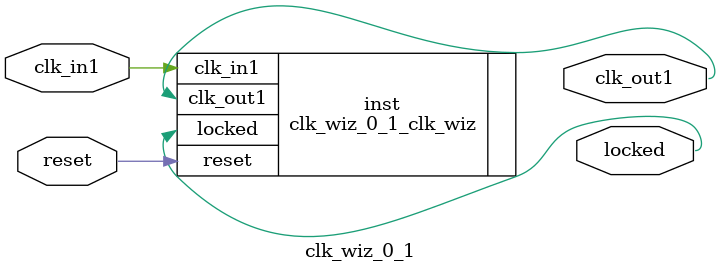
<source format=v>


`timescale 1ps/1ps

(* CORE_GENERATION_INFO = "clk_wiz_0_1,clk_wiz_v6_0_1_0_0,{component_name=clk_wiz_0_1,use_phase_alignment=true,use_min_o_jitter=false,use_max_i_jitter=false,use_dyn_phase_shift=false,use_inclk_switchover=false,use_dyn_reconfig=false,enable_axi=0,feedback_source=FDBK_AUTO,PRIMITIVE=MMCM,num_out_clk=1,clkin1_period=5.000,clkin2_period=10.0,use_power_down=false,use_reset=true,use_locked=true,use_inclk_stopped=false,feedback_type=SINGLE,CLOCK_MGR_TYPE=NA,manual_override=false}" *)

module clk_wiz_0_1 
 (
  // Clock out ports
  output        clk_out1,
  // Status and control signals
  input         reset,
  output        locked,
 // Clock in ports
  input         clk_in1
 );

  clk_wiz_0_1_clk_wiz inst
  (
  // Clock out ports  
  .clk_out1(clk_out1),
  // Status and control signals               
  .reset(reset), 
  .locked(locked),
 // Clock in ports
  .clk_in1(clk_in1)
  );

endmodule

</source>
